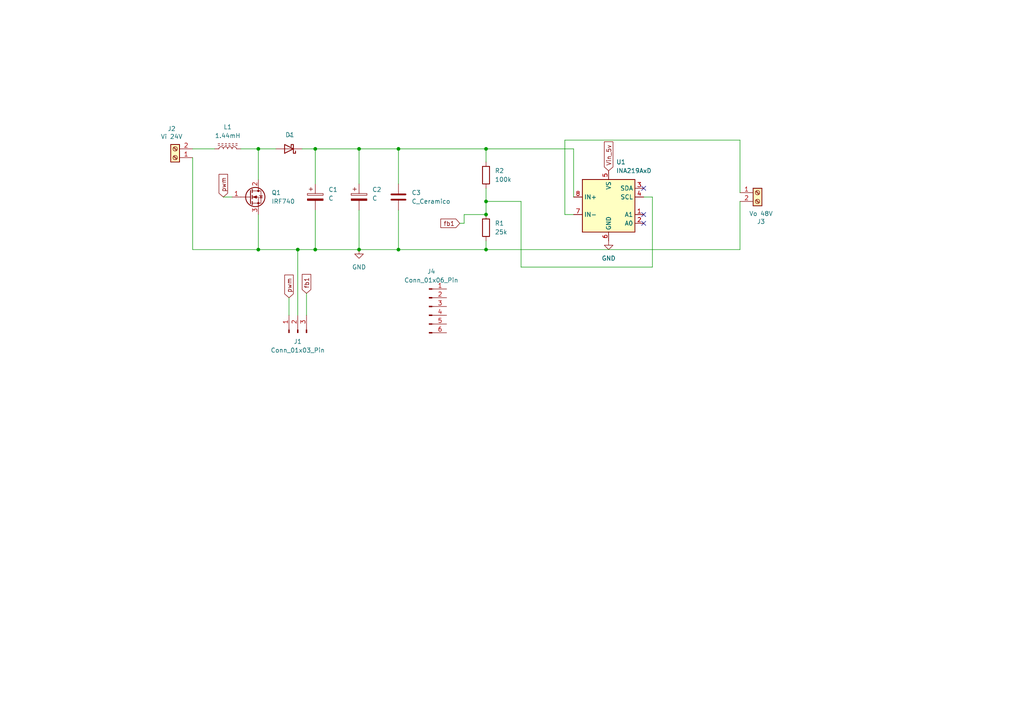
<source format=kicad_sch>
(kicad_sch (version 20231120) (generator "eeschema") (generator_version "8.0")
  (paper "A4")
  (title_block (title "Conversor Boost - PI2") (date "2024-10-10") (company "UFSC"))
  (lib_symbols
    (symbol "Connector:Conn_01x03_Pin" (pin_names (offset 1.016) hide)
      (property "Reference" "J" (at 0 5.08 0))
      (property "Value" "Conn_01x03_Pin" (at 0 -5.08 0))
      (symbol "Conn_01x03_Pin_1_1"
        (polyline (pts (xy 1.27 -2.54) (xy 0.8636 -2.54)) (stroke (width 0.1524)))
        (polyline (pts (xy 1.27 0) (xy 0.8636 0)) (stroke (width 0.1524)))
        (polyline (pts (xy 1.27 2.54) (xy 0.8636 2.54)) (stroke (width 0.1524)))
        (rectangle (start 0.8636 -2.413) (end 0 -2.667) (stroke (width 0.1524)) (fill (type outline)))
        (rectangle (start 0.8636 0.127) (end 0 -0.127) (stroke (width 0.1524)) (fill (type outline)))
        (rectangle (start 0.8636 2.667) (end 0 2.413) (stroke (width 0.1524)) (fill (type outline)))
        (pin passive line (at 5.08 2.54 180) (length 3.81) (name "Pin_1") (number "1"))
        (pin passive line (at 5.08 0 180) (length 3.81) (name "Pin_2") (number "2"))
        (pin passive line (at 5.08 -2.54 180) (length 3.81) (name "Pin_3") (number "3"))
      )
    )
    (symbol "Connector:Conn_01x06_Pin" (pin_names (offset 1.016) hide)
      (property "Reference" "J" (at 0 7.62 0))
      (property "Value" "Conn_01x06_Pin" (at 0 -10.16 0))
      (symbol "Conn_01x06_Pin_1_1"
        (polyline (pts (xy 1.27 -7.62) (xy 0.8636 -7.62)) (stroke (width 0.1524)))
        (polyline (pts (xy 1.27 -5.08) (xy 0.8636 -5.08)) (stroke (width 0.1524)))
        (polyline (pts (xy 1.27 -2.54) (xy 0.8636 -2.54)) (stroke (width 0.1524)))
        (polyline (pts (xy 1.27 0) (xy 0.8636 0)) (stroke (width 0.1524)))
        (polyline (pts (xy 1.27 2.54) (xy 0.8636 2.54)) (stroke (width 0.1524)))
        (polyline (pts (xy 1.27 5.08) (xy 0.8636 5.08)) (stroke (width 0.1524)))
        (rectangle (start 0.8636 -7.493) (end 0 -7.747) (stroke (width 0.1524)) (fill (type outline)))
        (rectangle (start 0.8636 -4.953) (end 0 -5.207) (stroke (width 0.1524)) (fill (type outline)))
        (rectangle (start 0.8636 -2.413) (end 0 -2.667) (stroke (width 0.1524)) (fill (type outline)))
        (rectangle (start 0.8636 0.127) (end 0 -0.127) (stroke (width 0.1524)) (fill (type outline)))
        (rectangle (start 0.8636 2.667) (end 0 2.413) (stroke (width 0.1524)) (fill (type outline)))
        (rectangle (start 0.8636 5.207) (end 0 4.953) (stroke (width 0.1524)) (fill (type outline)))
        (pin passive line (at 5.08 5.08 180) (length 3.81) (name "Pin_1") (number "1"))
        (pin passive line (at 5.08 2.54 180) (length 3.81) (name "Pin_2") (number "2"))
        (pin passive line (at 5.08 0 180) (length 3.81) (name "Pin_3") (number "3"))
        (pin passive line (at 5.08 -2.54 180) (length 3.81) (name "Pin_4") (number "4"))
        (pin passive line (at 5.08 -5.08 180) (length 3.81) (name "Pin_5") (number "5"))
        (pin passive line (at 5.08 -7.62 180) (length 3.81) (name "Pin_6") (number "6"))
      )
    )
    (symbol "Connector:Screw_Terminal_01x02" (pin_names (offset 1.016) hide)
      (property "Reference" "J" (at 0 2.54 0))
      (property "Value" "Screw_Terminal_01x02" (at 0 -5.08 0))
      (symbol "Screw_Terminal_01x02_1_1"
        (rectangle (start -1.27 1.27) (end 1.27 -3.81) (stroke (width 0.254)) (fill (type background)))
        (circle (center 0 -2.54) (radius 0.635) (stroke (width 0.1524)))
        (polyline (pts (xy -0.5334 -2.2098) (xy 0.3302 -3.048)) (stroke (width 0.1524)))
        (polyline (pts (xy -0.5334 0.3302) (xy 0.3302 -0.508)) (stroke (width 0.1524)))
        (polyline (pts (xy -0.3556 -2.032) (xy 0.508 -2.8702)) (stroke (width 0.1524)))
        (polyline (pts (xy -0.3556 0.508) (xy 0.508 -0.3302)) (stroke (width 0.1524)))
        (circle (center 0 0) (radius 0.635) (stroke (width 0.1524)))
        (pin passive line (at -5.08 0 0) (length 3.81) (name "Pin_1") (number "1"))
        (pin passive line (at -5.08 -2.54 0) (length 3.81) (name "Pin_2") (number "2"))
      )
    )
    (symbol "Device:C" (pin_numbers hide) (pin_names (offset 0.254))
      (property "Reference" "C" (at 0.635 2.54 0))
      (property "Value" "C" (at 0.635 -2.54 0))
      (symbol "C_0_1"
        (polyline (pts (xy -2.032 -0.762) (xy 2.032 -0.762)) (stroke (width 0.508)))
        (polyline (pts (xy -2.032 0.762) (xy 2.032 0.762)) (stroke (width 0.508)))
      )
      (symbol "C_1_1"
        (pin passive line (at 0 3.81 270) (length 2.794) (name "~") (number "1"))
        (pin passive line (at 0 -3.81 90) (length 2.794) (name "~") (number "2"))
      )
    )
    (symbol "Device:C_Polarized" (pin_numbers hide) (pin_names (offset 0.254))
      (property "Reference" "C" (at 0.635 2.54 0))
      (property "Value" "C_Polarized" (at 0.635 -2.54 0))
      (symbol "C_Polarized_0_1"
        (rectangle (start -2.286 0.508) (end 2.286 1.016))
        (polyline (pts (xy -1.778 2.286) (xy -0.762 2.286)))
        (polyline (pts (xy -1.27 2.794) (xy -1.27 1.778)))
        (rectangle (start 2.286 -0.508) (end -2.286 -1.016) (fill (type outline)))
      )
      (symbol "C_Polarized_1_1"
        (pin passive line (at 0 3.81 270) (length 2.794) (name "~") (number "1"))
        (pin passive line (at 0 -3.81 90) (length 2.794) (name "~") (number "2"))
      )
    )
    (symbol "Device:D_Schottky" (pin_numbers hide) (pin_names (offset 1.016) hide)
      (property "Reference" "D" (at 0 2.54 0))
      (property "Value" "D_Schottky" (at 0 -2.54 0))
      (symbol "D_Schottky_0_1"
        (polyline (pts (xy 1.27 0) (xy -1.27 0)))
        (polyline (pts (xy 1.27 1.27) (xy 1.27 -1.27) (xy -1.27 0) (xy 1.27 1.27)) (stroke (width 0.254)))
        (polyline (pts (xy -1.905 0.635) (xy -1.905 1.27) (xy -1.27 1.27) (xy -1.27 -1.27) (xy -0.635 -1.27) (xy -0.635 -0.635)) (stroke (width 0.254)))
      )
      (symbol "D_Schottky_1_1"
        (pin passive line (at -3.81 0 0) (length 2.54) (name "K") (number "1"))
        (pin passive line (at 3.81 0 180) (length 2.54) (name "A") (number "2"))
      )
    )
    (symbol "Device:L_Ferrite" (pin_numbers hide) (pin_names (offset 1.016) hide)
      (property "Reference" "L" (at -1.27 0 90))
      (property "Value" "L_Ferrite" (at 2.794 0 90))
      (symbol "L_Ferrite_0_1"
        (arc (start 0 -2.54) (mid 0.6323 -1.905) (end 0 -1.27))
        (arc (start 0 -1.27) (mid 0.6323 -0.635) (end 0 0))
        (polyline (pts (xy 1.016 -2.794) (xy 1.016 -2.286)))
        (polyline (pts (xy 1.016 -1.778) (xy 1.016 -1.27)))
        (polyline (pts (xy 1.016 -0.762) (xy 1.016 -0.254)))
        (polyline (pts (xy 1.016 0.254) (xy 1.016 0.762)))
        (polyline (pts (xy 1.016 1.27) (xy 1.016 1.778)))
        (polyline (pts (xy 1.016 2.286) (xy 1.016 2.794)))
        (polyline (pts (xy 1.524 -2.286) (xy 1.524 -2.794)))
        (polyline (pts (xy 1.524 -1.27) (xy 1.524 -1.778)))
        (polyline (pts (xy 1.524 -0.254) (xy 1.524 -0.762)))
        (polyline (pts (xy 1.524 0.762) (xy 1.524 0.254)))
        (polyline (pts (xy 1.524 1.778) (xy 1.524 1.27)))
        (polyline (pts (xy 1.524 2.794) (xy 1.524 2.286)))
        (arc (start 0 0) (mid 0.6323 0.635) (end 0 1.27))
        (arc (start 0 1.27) (mid 0.6323 1.905) (end 0 2.54))
      )
      (symbol "L_Ferrite_1_1"
        (pin passive line (at 0 3.81 270) (length 1.27) (name "1") (number "1"))
        (pin passive line (at 0 -3.81 90) (length 1.27) (name "2") (number "2"))
      )
    )
    (symbol "Device:R" (pin_numbers hide) (pin_names (offset 0))
      (property "Reference" "R" (at 2.032 0 90))
      (property "Value" "R" (at 0 0 90))
      (symbol "R_0_1"
        (rectangle (start -1.016 -2.54) (end 1.016 2.54) (stroke (width 0.254)))
      )
      (symbol "R_1_1"
        (pin passive line (at 0 3.81 270) (length 1.27) (name "~") (number "1"))
        (pin passive line (at 0 -3.81 90) (length 1.27) (name "~") (number "2"))
      )
    )
    (symbol "Sensor_Energy:INA219AxD"
      (property "Reference" "U" (at -6.35 8.89 0))
      (property "Value" "INA219AxD" (at 5.08 8.89 0))
      (symbol "INA219AxD_0_1"
        (rectangle (start -7.62 7.62) (end 7.62 -7.62) (stroke (width 0.254)) (fill (type background)))
      )
      (symbol "INA219AxD_1_1"
        (pin input line (at 10.16 -2.54 180) (length 2.54) (name "A1") (number "1"))
        (pin input line (at 10.16 -5.08 180) (length 2.54) (name "A0") (number "2"))
        (pin bidirectional line (at 10.16 5.08 180) (length 2.54) (name "SDA") (number "3"))
        (pin input line (at 10.16 2.54 180) (length 2.54) (name "SCL") (number "4"))
        (pin power_in line (at 0 10.16 270) (length 2.54) (name "VS") (number "5"))
        (pin power_in line (at 0 -10.16 90) (length 2.54) (name "GND") (number "6"))
        (pin input line (at -10.16 -2.54 0) (length 2.54) (name "IN-") (number "7"))
        (pin input line (at -10.16 2.54 0) (length 2.54) (name "IN+") (number "8"))
      )
    )
    (symbol "Transistor_FET:IRF740" (pin_names hide)
      (property "Reference" "Q" (at 5.08 1.905 0))
      (property "Value" "IRF740" (at 5.08 0 0))
      (symbol "IRF740_0_1"
        (polyline (pts (xy 0.254 0) (xy -2.54 0)))
        (polyline (pts (xy 0.254 1.905) (xy 0.254 -1.905)) (stroke (width 0.254)))
        (polyline (pts (xy 0.762 -1.27) (xy 0.762 -2.286)) (stroke (width 0.254)))
        (polyline (pts (xy 0.762 0.508) (xy 0.762 -0.508)) (stroke (width 0.254)))
        (polyline (pts (xy 0.762 2.286) (xy 0.762 1.27)) (stroke (width 0.254)))
        (polyline (pts (xy 2.54 2.54) (xy 2.54 1.778)))
        (polyline (pts (xy 2.54 -2.54) (xy 2.54 0) (xy 0.762 0)))
        (polyline (pts (xy 0.762 -1.778) (xy 3.302 -1.778) (xy 3.302 1.778) (xy 0.762 1.778)))
        (polyline (pts (xy 1.016 0) (xy 2.032 0.381) (xy 2.032 -0.381) (xy 1.016 0)) (fill (type outline)))
        (polyline (pts (xy 2.794 0.508) (xy 2.921 0.381) (xy 3.683 0.381) (xy 3.81 0.254)))
        (polyline (pts (xy 3.302 0.381) (xy 2.921 -0.254) (xy 3.683 -0.254) (xy 3.302 0.381)))
        (circle (center 1.651 0) (radius 2.794) (stroke (width 0.254)))
        (circle (center 2.54 -1.778) (radius 0.254) (fill (type outline)))
        (circle (center 2.54 1.778) (radius 0.254) (fill (type outline)))
      )
      (symbol "IRF740_1_1"
        (pin input line (at -5.08 0 0) (length 2.54) (name "G") (number "1"))
        (pin passive line (at 2.54 5.08 270) (length 2.54) (name "D") (number "2"))
        (pin passive line (at 2.54 -5.08 90) (length 2.54) (name "S") (number "3"))
      )
    )
    (symbol "power:GND" (power) (pin_numbers hide) (pin_names (offset 0) hide)
      (property "Value" "GND" (at 0 -3.81 0))
      (symbol "GND_0_1"
        (polyline (pts (xy 0 0) (xy 0 -1.27) (xy 1.27 -1.27) (xy 0 -2.54) (xy -1.27 -1.27) (xy 0 -1.27)))
      )
      (symbol "GND_1_1"
        (pin power_in line (at 0 0 270) (length 0) (name "~") (number "1"))
      )
    )
  )
  (junction (at 115.57 72.39))
  (junction (at 104.14 43.18))
  (junction (at 74.93 43.18))
  (junction (at 140.97 58.42))
  (junction (at 115.57 43.18))
  (junction (at 104.14 72.39))
  (junction (at 86.36 72.39))
  (junction (at 140.97 43.18))
  (junction (at 74.93 72.39))
  (junction (at 91.44 43.18))
  (junction (at 140.97 62.23))
  (junction (at 91.44 72.39))
  (junction (at 140.97 72.39))
  (no_connect (at 186.69 62.23))
  (no_connect (at 186.69 54.61))
  (no_connect (at 186.69 64.77))
  (wire (pts (xy 134.62 64.77) (xy 133.35 64.77)))
  (wire (pts (xy 91.44 43.18) (xy 87.63 43.18)))
  (wire (pts (xy 104.14 43.18) (xy 115.57 43.18)))
  (wire (pts (xy 134.62 64.77) (xy 134.62 62.23)))
  (wire (pts (xy 140.97 54.61) (xy 140.97 58.42)))
  (wire (pts (xy 140.97 43.18) (xy 166.37 43.18)))
  (wire (pts (xy 86.36 72.39) (xy 91.44 72.39)))
  (wire (pts (xy 74.93 43.18) (xy 80.01 43.18)))
  (wire (pts (xy 91.44 60.96) (xy 91.44 72.39)))
  (wire (pts (xy 64.77 57.15) (xy 67.31 57.15)))
  (wire (pts (xy 134.62 62.23) (xy 140.97 62.23)))
  (wire (pts (xy 115.57 60.96) (xy 115.57 72.39)))
  (wire (pts (xy 104.14 43.18) (xy 104.14 53.34)))
  (wire (pts (xy 189.23 57.15) (xy 186.69 57.15)))
  (wire (pts (xy 74.93 62.23) (xy 74.93 72.39)))
  (wire (pts (xy 55.88 72.39) (xy 74.93 72.39)))
  (wire (pts (xy 151.13 77.47) (xy 189.23 77.47)))
  (wire (pts (xy 163.83 62.23) (xy 163.83 40.64)))
  (wire (pts (xy 69.85 43.18) (xy 74.93 43.18)))
  (wire (pts (xy 86.36 72.39) (xy 86.36 91.44)))
  (wire (pts (xy 74.93 72.39) (xy 86.36 72.39)))
  (wire (pts (xy 104.14 60.96) (xy 104.14 72.39)))
  (wire (pts (xy 163.83 40.64) (xy 214.63 40.64)))
  (wire (pts (xy 189.23 77.47) (xy 189.23 57.15)))
  (wire (pts (xy 166.37 62.23) (xy 163.83 62.23)))
  (wire (pts (xy 91.44 43.18) (xy 104.14 43.18)))
  (wire (pts (xy 166.37 43.18) (xy 166.37 57.15)))
  (wire (pts (xy 88.9 85.09) (xy 88.9 91.44)))
  (wire (pts (xy 140.97 58.42) (xy 140.97 62.23)))
  (wire (pts (xy 115.57 43.18) (xy 115.57 53.34)))
  (wire (pts (xy 91.44 72.39) (xy 104.14 72.39)))
  (wire (pts (xy 104.14 72.39) (xy 115.57 72.39)))
  (wire (pts (xy 151.13 58.42) (xy 151.13 77.47)))
  (wire (pts (xy 140.97 43.18) (xy 140.97 46.99)))
  (wire (pts (xy 74.93 52.07) (xy 74.93 43.18)))
  (wire (pts (xy 115.57 72.39) (xy 140.97 72.39)))
  (wire (pts (xy 214.63 40.64) (xy 214.63 55.88)))
  (wire (pts (xy 91.44 43.18) (xy 91.44 53.34)))
  (wire (pts (xy 140.97 58.42) (xy 151.13 58.42)))
  (wire (pts (xy 115.57 43.18) (xy 140.97 43.18)))
  (wire (pts (xy 140.97 69.85) (xy 140.97 72.39)))
  (wire (pts (xy 214.63 58.42) (xy 214.63 72.39)))
  (wire (pts (xy 55.88 45.72) (xy 55.88 72.39)))
  (wire (pts (xy 83.82 86.36) (xy 83.82 91.44)))
  (wire (pts (xy 55.88 43.18) (xy 62.23 43.18)))
  (wire (pts (xy 140.97 72.39) (xy 214.63 72.39)))
  (global_label "Vin_5v" (shape input) (at 176.53 49.53 90) (property "Intersheetrefs" "${INTERSHEET_REFS}" (effects (hide yes))))
  (global_label "fb1" (shape input) (at 133.35 64.77 180) (property "Intersheetrefs" "${INTERSHEET_REFS}" (effects (hide yes))))
  (global_label "pwm" (shape input) (at 83.82 86.36 90) (property "Intersheetrefs" "${INTERSHEET_REFS}" (effects (hide yes))))
  (global_label "fb1" (shape input) (at 88.9 85.09 90) (property "Intersheetrefs" "${INTERSHEET_REFS}" (effects (hide yes))))
  (global_label "pwm" (shape input) (at 64.77 57.15 90) (property "Intersheetrefs" "${INTERSHEET_REFS}" (effects (hide yes))))
  (symbol (lib_id "Device:L_Ferrite") (at 66.04 43.18 90) (unit 1)
    (property "Reference" "L1" (at 66.04 36.83 90))
    (property "Value" "1.44mH" (at 66.04 39.37 90))
    (property "Description" "Inductor with ferrite core" (effects (hide yes)))
  )
  (symbol (lib_id "Device:C") (at 115.57 57.15 0) (unit 1)
    (property "Reference" "C3" (at 119.38 55.8799 0) (effects (justify left)))
    (property "Value" "C_Ceramico" (at 119.38 58.4199 0) (effects (justify left)))
    (property "Description" "Unpolarized capacitor" (effects (hide yes)))
  )
  (symbol (lib_id "Device:R") (at 140.97 66.04 0) (unit 1)
    (property "Reference" "R1" (at 143.51 64.7699 0) (effects (justify left)))
    (property "Value" "25k" (at 143.51 67.3099 0) (effects (justify left)))
    (property "Description" "Resistor" (effects (hide yes)))
  )
  (symbol (lib_id "Device:D_Schottky") (at 83.82 43.18 180) (unit 1)
    (property "Reference" "D1" (at 84.074 39.116 0))
    (property "Value" "~" (at 84.1375 39.37 0))
    (property "Description" "Schottky diode" (effects (hide yes)))
  )
  (symbol (lib_id "Connector:Screw_Terminal_01x02") (at 50.8 45.72 180) (unit 1)
    (property "Reference" "J2" (at 49.784 37.338 0))
    (property "Value" "Vi 24V" (at 49.784 39.624 0))
    (property "Description" "Generic screw terminal, single row, 01x02, script generated (kicad-library-utils/schlib/autogen/connector/)" (effects (hide yes)))
  )
  (symbol (lib_id "Connector:Conn_01x03_Pin") (at 86.36 96.52 90) (unit 1)
    (property "Reference" "J1" (at 86.36 99.06 90))
    (property "Value" "Conn_01x03_Pin" (at 86.36 101.6 90))
    (property "Footprint" "Connector_PinHeader_2.54mm:PinHeader_1x03_P2.54mm_Vertical" (effects (hide yes)))
    (property "Description" "Generic connector, single row, 01x03, script generated" (effects (hide yes)))
  )
  (symbol (lib_id "Device:C_Polarized") (at 91.44 57.15 0) (unit 1)
    (property "Reference" "C1" (at 95.25 54.9909 0) (effects (justify left)))
    (property "Value" "C" (at 95.25 57.5309 0) (effects (justify left)))
    (property "Description" "Polarized capacitor" (effects (hide yes)))
  )
  (symbol (lib_id "Device:C_Polarized") (at 104.14 57.15 0) (unit 1)
    (property "Reference" "C2" (at 107.95 54.9909 0) (effects (justify left)))
    (property "Value" "C" (at 107.95 57.5309 0) (effects (justify left)))
    (property "Description" "Polarized capacitor" (effects (hide yes)))
  )
  (symbol (lib_id "Sensor_Energy:INA219AxD") (at 176.53 59.69 0) (unit 1)
    (property "Reference" "U1" (at 178.7241 46.99 0) (effects (justify left)))
    (property "Value" "INA219AxD" (at 178.7241 49.53 0) (effects (justify left)))
    (property "Footprint" "Package_SO:SOIC-8_3.9x4.9mm_P1.27mm" (effects (hide yes)))
    (property "Datasheet" "http://www.ti.com/lit/ds/symlink/ina219.pdf" (effects (hide yes)))
    (property "Description" "Zero-Drift, Bidirectional Current/Power Monitor (0-26V) With I2C Interface, SOIC-8" (effects (hide yes)))
  )
  (symbol (lib_id "Connector:Screw_Terminal_01x02") (at 219.71 55.88 0) (unit 1)
    (property "Reference" "J3" (at 220.726 64.262 0))
    (property "Value" "Vo 48V" (at 220.726 61.976 0))
    (property "Description" "Generic screw terminal, single row, 01x02, script generated (kicad-library-utils/schlib/autogen/connector/)" (effects (hide yes)))
  )
  (symbol (lib_id "power:GND") (at 104.14 72.39 0) (unit 1)
    (property "Reference" "#PWR01" (effects (hide yes)))
    (property "Value" "GND" (at 104.14 77.47 0))
    (property "Description" "Power symbol creates a global label with name \"GND\" , ground" (effects (hide yes)))
  )
  (symbol (lib_id "Transistor_FET:IRF740") (at 72.39 57.15 0) (unit 1)
    (property "Reference" "Q1" (at 78.74 55.8799 0) (effects (justify left)))
    (property "Value" "IRF740" (at 78.74 58.4199 0) (effects (justify left)))
    (property "Footprint" "Package_TO_SOT_THT:TO-220-3_Vertical" (effects (hide yes)))
    (property "Datasheet" "http://www.vishay.com/docs/91054/91054.pdf" (effects (hide yes)))
    (property "Description" "10A Id, 400V Vds, N-Channel Power MOSFET, 500mOhm Rds, TO-220AB" (effects (hide yes)))
  )
  (symbol (lib_id "Connector:Conn_01x06_Pin") (at 124.46 88.9 0) (unit 1)
    (property "Reference" "J4" (at 125.095 78.74 0))
    (property "Value" "Conn_01x06_Pin" (at 125.095 81.28 0))
    (property "Description" "Generic connector, single row, 01x06, script generated" (effects (hide yes)))
  )
  (symbol (lib_id "Device:R") (at 140.97 50.8 0) (unit 1)
    (property "Reference" "R2" (at 143.51 49.5299 0) (effects (justify left)))
    (property "Value" "100k" (at 143.51 52.0699 0) (effects (justify left)))
    (property "Description" "Resistor" (effects (hide yes)))
  )
  (symbol (lib_id "power:GND") (at 176.53 69.85 0) (unit 1)
    (property "Reference" "#PWR02" (effects (hide yes)))
    (property "Value" "GND" (at 176.53 74.93 0))
    (property "Description" "Power symbol creates a global label with name \"GND\" , ground" (effects (hide yes)))
  )
)
</source>
